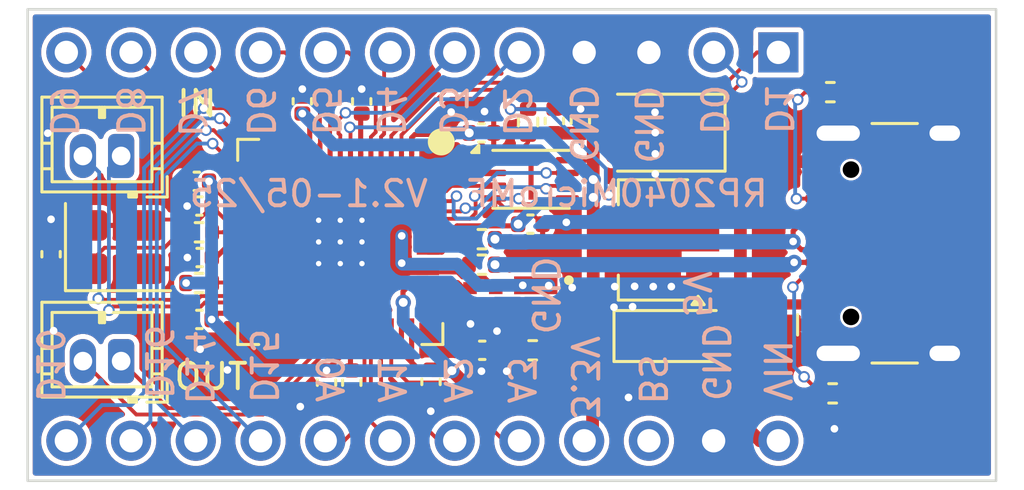
<source format=kicad_pcb>
(kicad_pcb (version 20241229) (generator "pcbnew") (generator_version "9.0")
  (title_block (date "${DATE}") (rev "${VERSION}"))
  (layers (0 "F.Cu" signal) (2 "B.Cu" signal) (13 "F.Paste" user) (15 "B.Paste" user) (5 "F.SilkS" user "F.Silkscreen") (7 "B.SilkS" user "B.Silkscreen") (1 "F.Mask" user) (3 "B.Mask" user) (25 "Edge.Cuts" user))
  (property "DATE" "")
  (property "VERSION" "")
  (net 0 "")
  (net 1 "/RP2040/XIN")
  (net 2 "GND")
  (net 3 "/RP2040/XOUT")
  (net 4 "3.3V")
  (net 5 "+1V1")
  (net 6 "/RP2040/USB_D-")
  (net 7 "/RP2040/USB_D+")
  (net 8 "/RP2040/SWD")
  (net 9 "/RP2040/SWCLK")
  (net 10 "/RP2040/~{RST}")
  (net 11 "/RP2040/QSPI_SS")
  (net 12 "/RP2040/XOUT_R")
  (net 13 "/RP2040/USB_D_R+")
  (net 14 "/RP2040/USB_D_R-")
  (net 15 "D9")
  (net 16 "D4")
  (net 17 "D3")
  (net 18 "D1")
  (net 19 "D7")
  (net 20 "D0")
  (net 21 "D2")
  (net 22 "D10")
  (net 23 "D8")
  (net 24 "D5")
  (net 25 "D6")
  (net 26 "D13")
  (net 27 "/RP2040/GPIO22")
  (net 28 "/RP2040/QSPI_SD3")
  (net 29 "/RP2040/QSPI_SCLK")
  (net 30 "/RP2040/QSPI_SD0")
  (net 31 "/RP2040/QSPI_SD2")
  (net 32 "/RP2040/QSPI_SD1")
  (net 33 "A3")
  (net 34 "A1")
  (net 35 "A2")
  (net 36 "A0")
  (net 37 "D15")
  (net 38 "D14")
  (net 39 "/RP2040/GPIO19")
  (net 40 "TX1")
  (net 41 "RX1")
  (net 42 "RX2")
  (net 43 "TX2")
  (net 44 "BOOT_SEL")
  (net 45 "/RP2040/GPIO18")
  (net 46 "/RP2040/GPIO21")
  (net 47 "/RP2040/GPIO20")
  (net 48 "/RP2040/GPIO23")
  (net 49 "/RP2040/RAW")
  (net 50 "VIN")
  (net 51 "/RP2040/GPIO12")
  (net 52 "/RP2040/GPIO11")
  (net 55 "Net-(J3-CC2)")
  (net 56 "Net-(J3-CC1)")
  (net 57 "Net-(U1-VREG_AVDD)")
  (net 58 "/RP2040/VREG_LX")
  (footprint "Capacitor_SMD:C_0402_1005Metric" (layer "F.Cu") (at 116.96 96.07 -90)
    (property "Reference" "C11" (hide yes))
    (property "Value" "100n")
  )
  (footprint "Resistor_SMD:R_0402_1005Metric" (layer "F.Cu") (at 111.96 90.17 180)
    (property "Reference" "R2" (hide yes))
    (property "Value" "1k")
  )
  (footprint "Capacitor_SMD:C_0402_1005Metric" (layer "F.Cu") (at 111.97 93.59 180)
    (property "Reference" "C12" (hide yes))
    (property "Value" "100n")
  )
  (footprint "Resistor_SMD:R_0402_1005Metric" (layer "F.Cu") (at 123.06 91.44 180)
    (property "Reference" "R4" (hide yes))
    (property "Value" "27")
  )
  (footprint "Diode_SMD:D_SOD-123" (layer "F.Cu") (at 130.6 94.24)
    (property "Reference" "D1" (hide yes))
    (property "Value" "D_Schottky")
  )
  (footprint "Capacitor_SMD:C_0402_1005Metric" (layer "F.Cu") (at 123.04 86.27)
    (property "Reference" "C14" (hide yes))
    (property "Value" "100n")
  )
  (footprint "Capacitor_SMD:C_0402_1005Metric" (layer "F.Cu") (at 111.87 88.17 180)
    (property "Reference" "C9" (hide yes))
    (property "Value" "100n")
  )
  (footprint "_Own_Library:JST_ZH_B2B-ZR_1x02_P1.50mm_Vertical" (layer "F.Cu") (at 108.9 87.175 180)
    (property "Reference" "J7" (hide yes))
    (property "Value" "Conn_01x02_Pin" (hide yes))
  )
  (footprint "Capacitor_SMD:C_0402_1005Metric" (layer "F.Cu") (at 118.34 85.03 90)
    (property "Reference" "C6" (hide yes))
    (property "Value" "100n")
  )
  (footprint "Crystal:Crystal_SMD_3225-4Pin_3.2x2.5mm" (layer "F.Cu") (at 108.775 90.75)
    (property "Reference" "Y1" (hide yes))
    (property "Value" "X322512MSB4SI" (hide yes))
  )
  (footprint "Capacitor_Tantalum_SMD:CP_EIA-3528-21_Kemet-B" (layer "F.Cu") (at 130.13 86.26 180)
    (property "Reference" "C19" (hide yes))
    (property "Value" "47u")
  )
  (footprint "Capacitor_SMD:C_0402_1005Metric" (layer "F.Cu") (at 121.06 96.04 -90)
    (property "Reference" "C10" (hide yes))
    (property "Value" "100nF")
  )
  (footprint "Capacitor_SMD:C_0402_1005Metric" (layer "F.Cu") (at 116.01 85.03 90)
    (property "Reference" "C13" (hide yes))
    (property "Value" "100n")
  )
  (footprint "Package_TO_SOT_SMD:SOT-89-3" (layer "F.Cu") (at 129.77 90.47 180)
    (property "Reference" "U2" (hide yes))
    (property "Value" "AMS1117-3.3")
  )
  (footprint "Resistor_SMD:R_0402_1005Metric" (layer "F.Cu") (at 136.82 96.49 180)
    (property "Reference" "R7" (hide yes))
    (property "Value" "5.1k")
  )
  (footprint "Capacitor_SMD:C_0402_1005Metric" (layer "F.Cu") (at 126.92 85.79 90)
    (property "Reference" "C2" (hide yes))
    (property "Value" "10uF")
  )
  (footprint "_Own_Library:C_0402_1005Metric_small_pads" (layer "F.Cu") (at 122.59 92.875 -90)
    (property "Reference" "C16" (hide yes))
    (property "Value" "4.7u")
  )
  (footprint "_Own_Library:RP2350A_QFN-60_EP_7.75x7.75_Pitch0.4mm" (layer "F.Cu") (at 117.5 90.5475 -90)
    (property "Reference" "U1" (hide yes))
    (property "Value" "RP2040")
  )
  (footprint "_Own_Library:JST_ZH_B2B-ZR_1x02_P1.50mm_Vertical" (layer "F.Cu") (at 108.9 95.225 180)
    (property "Reference" "J8" (hide yes))
    (property "Value" "Conn_01x02_Pin" (hide yes))
  )
  (footprint "Capacitor_SMD:C_0402_1005Metric" (layer "F.Cu") (at 106.15 91.03 90)
    (property "Reference" "C5" (hide yes))
    (property "Value" "10pF")
  )
  (footprint "Capacitor_SMD:C_0402_1005Metric" (layer "F.Cu") (at 117.95 96.07 -90)
    (property "Reference" "C8" (hide yes))
    (property "Value" "100nF")
  )
  (footprint "Capacitor_SMD:C_0402_1005Metric" (layer "F.Cu") (at 111.97 89.14 180)
    (property "Reference" "C4" (hide yes))
    (property "Value" "10pF")
  )
  (footprint "Resistor_SMD:R_0402_1005Metric" (layer "F.Cu") (at 125.05 94.8 180)
    (property "Reference" "R5" (hide yes))
    (property "Value" "33")
  )
  (footprint "Capacitor_SMD:C_0402_1005Metric" (layer "F.Cu") (at 123.07 94.8 180)
    (property "Reference" "C18" (hide yes))
    (property "Value" "4.7u")
  )
  (footprint "_Own_Library:ProMicro" (layer "F.Cu") (at 121.99 90.73 -90)
    (property "Reference" "U5" (hide yes))
    (property "Value" "ProMicro")
  )
  (footprint "Resistor_SMD:R_0402_1005Metric" (layer "F.Cu") (at 111.96 92.16)
    (property "Reference" "R6" (hide yes))
    (property "Value" "10k")
  )
  (footprint "Resistor_SMD:R_0402_1005Metric" (layer "F.Cu") (at 123.06 90.44 180)
    (property "Reference" "R3" (hide yes))
    (property "Value" "27")
  )
  (footprint "Package_SON:Winbond_USON-8-1EP_3x2mm_P0.5mm_EP0.2x1.6mm" (layer "F.Cu") (at 124.985 88.09)
    (property "Reference" "U4" (hide yes))
    (property "Value" "W25Q16JVSS")
  )
  (footprint "Capacitor_SMD:C_0402_1005Metric" (layer "F.Cu") (at 124.96 89.85)
    (property "Reference" "C15" (hide yes))
    (property "Value" "100n")
  )
  (footprint "Resistor_SMD:R_0402_1005Metric" (layer "F.Cu") (at 124.87 85.84 90)
    (property "Reference" "R1" (hide yes))
    (property "Value" "1k")
  )
  (footprint "Capacitor_SMD:C_0402_1005Metric" (layer "F.Cu") (at 111.98 91.16 180)
    (property "Reference" "C7" (hide yes))
    (property "Value" "4.7uF")
  )
  (footprint "_Own_Library:L_pol_2016" (layer "F.Cu") (at 125.17 92.95 -90)
    (property "Reference" "L1" (hide yes))
    (property "Value" "3.3u")
  )
  (footprint "Capacitor_SMD:C_0402_1005Metric" (layer "F.Cu") (at 125.9 85.8 90)
    (property "Reference" "C3" (hide yes))
    (property "Value" "100n")
  )
  (footprint "Resistor_SMD:R_0402_1005Metric" (layer "F.Cu") (at 136.73 84.67 180)
    (property "Reference" "R8" (hide yes))
    (property "Value" "5.1k")
  )
  (footprint "_Own_Library:USB_C_Receptacle_HCTL_HC-TYPE-C-16P-01A" (layer "F.Cu") (at 140.145 90.6 90)
    (property "Reference" "J3" (hide yes))
    (property "Value" "USB_C_Receptacle_USB2.0_16P" (hide yes))
  )
  (footprint "_Own_Library:C_0402_1005Metric_small_pads" (layer "F.Cu") (at 123.6 92.875 -90)
    (property "Reference" "C17" (hide yes))
    (property "Value" "4.7u")
  )
  (gr_rect (start 105.232 81.42) (end 143.232 99.92) (stroke (width 0.1)) (fill no) (layer "Edge.Cuts"))
  (gr_text "OUT" (at 110.9 96.42 0) (layer "F.SilkS") (effects (font (size 1 1) (thickness 0.153)) (justify left bottom)))
  (gr_text "IN" (at 111.01 85.71 0) (layer "F.SilkS") (effects (font (size 1 1) (thickness 0.153)) (justify left bottom)))
  (gr_text "A3" (at 124.0028 96.9772 -90) (layer "B.SilkS") (effects (font (size 1 1) (thickness 0.153)) (justify left bottom mirror)))
  (gr_text "GND" (at 131.6428 96.8872 270) (layer "B.SilkS") (effects (font (size 1 1) (thickness 0.153)) (justify left bottom mirror)))
  (gr_text "D8" (at 108.652 86.4816 270) (layer "B.SilkS") (effects (font (size 1 1) (thickness 0.153)) (justify left bottom mirror)))
  (gr_text "GND" (at 128.992 87.5716 270) (layer "B.SilkS") (effects (font (size 1 1) (thickness 0.153)) (justify left bottom mirror)))
  (gr_text "D9" (at 106.052 86.5016 270) (layer "B.SilkS") (effects (font (size 1 1) (thickness 0.153)) (justify left bottom mirror)))
  (gr_text "D16" (at 109.7828 96.8072 270) (layer "B.SilkS") (effects (font (size 1 1) (thickness 0.153)) (justify left bottom mirror)))
  (gr_text "D10" (at 105.5116 96.9264 270) (layer "B.SilkS") (effects (font (size 1 1) (thickness 0.153)) (justify left bottom mirror)))
  (gr_text "D15" (at 113.8928 96.9672 270) (layer "B.SilkS") (effects (font (size 1 1) (thickness 0.153)) (justify left bottom mirror)))
  (gr_text "A0" (at 116.4728 96.9272 -90) (layer "B.SilkS") (effects (font (size 1 1) (thickness 0.153)) (justify left bottom mirror)))
  (gr_text "GND" (at 124.95 94.27 270) (layer "B.SilkS") (effects (font (size 1 1) (thickness 0.153)) (justify left bottom mirror)))
  (gr_text "D7" (at 111.092 86.5216 270) (layer "B.SilkS") (effects (font (size 1 1) (thickness 0.153)) (justify left bottom mirror)))
  (gr_text "A1" (at 118.9128 96.9572 -90) (layer "B.SilkS") (effects (font (size 1 1) (thickness 0.153)) (justify left bottom mirror)))
  (gr_text "D5" (at 116.352 86.4616 270) (layer "B.SilkS") (effects (font (size 1 1) (thickness 0.153)) (justify left bottom mirror)))
  (gr_text "D14" (at 111.3628 97.0172 270) (layer "B.SilkS") (effects (font (size 1 1) (thickness 0.153)) (justify left bottom mirror)))
  (gr_text "GND" (at 126.442 87.5216 270) (layer "B.SilkS") (effects (font (size 1 1) (thickness 0.153)) (justify left bottom mirror)))
  (gr_text "D2" (at 123.832 86.5016 270) (layer "B.SilkS") (effects (font (size 1 1) (thickness 0.153)) (justify left bottom mirror)))
  (gr_text "RP2040MicroMF  V2.1-05/25" (at 122.93 89.24 0) (layer "B.SilkS") (effects (font (size 1 1) (thickness 0.153)) (justify bottom mirror)))
  (gr_text "BS" (at 129.1528 97.0172 270) (layer "B.SilkS") (effects (font (size 1 1) (thickness 0.153)) (justify left bottom mirror)))
  (gr_text "D0" (at 131.562 86.4416 -90) (layer "B.SilkS") (effects (font (size 1 1) (thickness 0.153)) (justify left bottom mirror)))
  (gr_text "5V" (at 130.89 93.61 -90) (layer "B.SilkS") (effects (font (size 1 1) (thickness 0.153)) (justify left bottom mirror)))
  (gr_text "VIN" (at 134.0528 96.8872 -90) (layer "B.SilkS") (effects (font (size 1 1) (thickness 0.153)) (justify left bottom mirror)))
  (gr_text "D3" (at 121.332 86.4716 270) (layer "B.SilkS") (effects (font (size 1 1) (thickness 0.153)) (justify left bottom mirror)))
  (gr_text "D6" (at 113.772 86.4816 270) (layer "B.SilkS") (effects (font (size 1 1) (thickness 0.153)) (justify left bottom mirror)))
  (gr_text "A2" (at 121.5028 96.9672 -90) (layer "B.SilkS") (effects (font (size 1 1) (thickness 0.153)) (justify left bottom mirror)))
  (gr_text "D4" (at 118.872 86.4616 270) (layer "B.SilkS") (effects (font (size 1 1) (thickness 0.153)) (justify left bottom mirror)))
  (gr_text "D1" (at 134.11 86.4108 -90) (layer "B.SilkS") (effects (font (size 1 1) (thickness 0.153)) (justify left bottom mirror)))
  (gr_text "3.3V" (at 126.492 97.5868 270) (layer "B.SilkS") (effects (font (size 1 1) (thickness 0.153)) (justify left bottom mirror)))
  (segment (start 114.0625 89.7475) (end 113.0575 89.7475) (width 0.15) (layer "F.Cu") (net 1))
  (segment (start 112.46 89.17) (end 111.96 89.67) (width 0.15) (layer "F.Cu") (net 1))
  (segment (start 112.48 89.17) (end 112.46 89.17) (width 0.15) (layer "F.Cu") (net 1))
  (segment (start 113.0575 89.7475) (end 112.48 89.17) (width 0.15) (layer "F.Cu") (net 1))
  (segment (start 109.945 89.67) (end 109.9 89.625) (width 0.15) (layer "F.Cu") (net 1))
  (segment (start 111.96 89.67) (end 109.945 89.67) (width 0.15) (layer "F.Cu") (net 1))
  (segment (start 109.9 91.325) (end 110.375 91.8) (width 0.15) (layer "F.Cu") (net 2))
  (segment (start 136.4 87.4) (end 135.2 87.4) (width 0.5) (layer "F.Cu") (net 2))
  (segment (start 136.4 93.8) (end 134.21 93.8) (width 0.5) (layer "F.Cu") (net 2))
  (segment (start 126.91 85.32) (end 126.92 85.31) (width 0.15) (layer "F.Cu") (net 2))
  (segment (start 123.56 88.84) (end 124.04 89.32) (width 0.15) (layer "F.Cu") (net 2))
  (segment (start 123.6 93.997536) (end 123.648732 94.046268) (width 0.2) (layer "F.Cu") (net 2))
  (segment (start 132.07 98.29) (end 132.07 98.22) (width 0.8) (layer "F.Cu") (net 2))
  (segment (start 125.9 85.32) (end 126.91 85.32) (width 0.5) (layer "F.Cu") (net 2))
  (segment (start 122.59 93.39) (end 122.02 93.39) (width 0.2) (layer "F.Cu") (net 2))
  (segment (start 122.02 93.39) (end 121.5775 92.9475) (width 0.2) (layer "F.Cu") (net 2))
  (segment (start 121.5775 92.9475) (end 120.9375 92.9475) (width 0.2) (layer "F.Cu") (net 2))
  (segment (start 123.6 93.39) (end 123.6 93.997536) (width 0.3) (layer "F.Cu") (net 2))
  (segment (start 124.91 89.32) (end 125.44 89.85) (width 0.15) (layer "F.Cu") (net 2))
  (segment (start 124.04 89.32) (end 124.91 89.32) (width 0.15) (layer "F.Cu") (net 2))
  (via (at 129.78 92.3) (size 0.65) (drill 0.3) (layers "F.Cu" "B.Cu") (net 2))
  (via (at 128.24 93.11) (size 0.65) (drill 0.3) (layers "F.Cu" "B.Cu") (net 2))
  (via (at 128.27 92.3) (size 0.65) (drill 0.3) (layers "F.Cu" "B.Cu") (net 2))
  (via (at 111.49 89.14) (size 0.65) (drill 0.3) (layers "F.Cu" "B.Cu") (net 2))
  (via (at 113.07 95.57) (size 0.65) (drill 0.3) (layers "F.Cu" "B.Cu") (net 2))
  (via (at 123.16 85.43) (size 0.65) (drill 0.3) (layers "F.Cu" "B.Cu") (net 2))
  (via (at 123.04 95.62) (size 0.65) (drill 0.3) (layers "F.Cu" "B.Cu") (net 2))
  (via (at 130.49 92.3) (size 0.65) (drill 0.3) (layers "F.Cu" "B.Cu") (net 2))
  (via (at 126.93 85.33) (size 0.65) (drill 0.3) (layers "F.Cu" "B.Cu") (net 2))
  (via (at 124.03 95.62) (size 0.65) (drill 0.3) (layers "F.Cu" "B.Cu") (net 2))
  (via (at 118.34 84.55) (size 0.65) (drill 0.3) (layers "F.Cu" "B.Cu") (net 2))
  (via (at 112 94.76) (size 0.65) (drill 0.3) (layers "F.Cu" "B.Cu") (net 2))
  (via (at 111.5 91.16) (size 0.65) (drill 0.3) (layers "F.Cu" "B.Cu") (net 2))
  (via (at 126.6 92.34) (size 0.65) (drill 0.3) (layers "F.Cu" "B.Cu") (net 2))
  (via (at 129.05 92.29) (size 0.65) (drill 0.3) (layers "F.Cu" "B.Cu") (net 2))
  (via (at 129.86 86.26) (size 0.65) (drill 0.3) (layers "F.Cu" "B.Cu") (net 2))
  (via (at 116.01 84.55) (size 0.65) (drill 0.3) (layers "F.Cu" "B.Cu") (net 2))
  (via (at 128.81 96.65) (size 0.65) (drill 0.3) (layers "F.Cu" "B.Cu") (net 2))
  (via (at 129.85 85.46) (size 0.65) (drill 0.3) (layers "F.Cu" "B.Cu") (net 2))
  (via (at 121.05 97.19) (size 0.65) (drill 0.3) (layers "F.Cu" "B.Cu") (net 2))
  (via (at 129.86 87.09) (size 0.65) (drill 0.3) (layers "F.Cu" "B.Cu") (net 2))
  (via (at 106.25 94.03) (size 0.65) (drill 0.3) (layers "F.Cu" "B.Cu") (net 2))
  (via (at 106.15 89.66) (size 0.65) (drill 0.3) (layers "F.Cu" "B.Cu") (net 2))
  (via (at 126.37 89.78) (size 0.65) (drill 0.3) (layers "F.Cu" "B.Cu") (net 2))
  (via (at 121.85 85.45) (size 0.65) (drill 0.3) (layers "F.Cu" "B.Cu") (net 2))
  (via (at 128.97 93.09) (size 0.65) (drill 0.3) (layers "F.Cu" "B.Cu") (net 2))
  (via (at 123.648732 94.046268) (size 0.65) (drill 0.3) (layers "F.Cu" "B.Cu") (net 2))
  (via (at 122.61 93.765) (size 0.65) (drill 0.3) (layers "F.Cu" "B.Cu") (net 2))
  (via (at 129.86 87.88) (size 0.65) (drill 0.3) (layers "F.Cu" "B.Cu") (net 2))
  (via (at 115.93 97.01) (size 0.65) (drill 0.3) (layers "F.Cu" "B.Cu") (net 2))
  (via (at 106.02 86.28) (size 0.65) (drill 0.3) (layers "F.Cu" "B.Cu") (net 2))
  (via (at 136.89 97.88) (size 0.65) (drill 0.3) (layers "F.Cu" "B.Cu") (net 2))
  (segment (start 130.395686 83.11) (end 129.61 83.11) (width 0.15) (layer "B.Cu") (net 2))
  (segment (start 110.6 90.775) (end 111.205 90.17) (width 0.15) (layer "F.Cu") (net 3))
  (segment (start 106.165 91.525) (end 107.5 91.525) (width 0.15) (layer "F.Cu") (net 3))
  (segment (start 106.15 91.51) (end 106.165 91.525) (width 0.15) (layer "F.Cu") (net 3))
  (segment (start 108.25 90.775) (end 110.6 90.775) (width 0.15) (layer "F.Cu") (net 3))
  (segment (start 107.5 91.525) (end 108.25 90.775) (width 0.15) (layer "F.Cu") (net 3))
  (segment (start 111.205 90.17) (end 111.45 90.17) (width 0.15) (layer "F.Cu") (net 3))
  (segment (start 119.96 92.91) (end 119.97 92.92) (width 0.15) (layer "F.Cu") (net 4))
  (segment (start 122.172 92.212) (end 122.32 92.36) (width 0.2) (layer "F.Cu") (net 4))
  (segment (start 127.425 94.75) (end 127.425 88.8) (width 0.5) (layer "F.Cu") (net 4))
  (segment (start 119.96 92.4975) (end 119.96 92.91) (width 0.2) (layer "F.Cu") (net 4))
  (segment (start 112.45 93.59) (end 112.45 93.42) (width 0.2) (layer "F.Cu") (net 4))
  (segment (start 120.3 95.27) (end 120.59 95.56) (width 0.2) (layer "F.Cu") (net 4))
  (segment (start 130.69 90.47) (end 130.7 90.46) (width 0.5) (layer "F.Cu") (net 4))
  (segment (start 120.9375 92.1475) (end 122.103616 92.1475) (width 0.2) (layer "F.Cu") (net 4))
  (segment (start 120.31 92.1475) (end 119.96 92.4975) (width 0.2) (layer "F.Cu") (net 4))
  (segment (start 124.414 89.916) (end 122.084 89.916) (width 0.2) (layer "F.Cu") (net 4))
  (segment (start 121.88 95.6) (end 121.1 95.6) (width 0.5) (layer "F.Cu") (net 4))
  (segment (start 113.4875 89.3475) (end 114.0625 89.3475) (width 0.2) (layer "F.Cu") (net 4))
  (segment (start 120.3 86.46) (end 120.3 87.11) (width 0.2) (layer "F.Cu") (net 4))
  (segment (start 127.425 87.32) (end 127.425 86.395) (width 0.5) (layer "F.Cu") (net 4))
  (segment (start 121.88 95.6) (end 122.6 96.32) (width 0.5) (layer "F.Cu") (net 4))
  (segment (start 127.435 90.47) (end 130.69 90.47) (width 0.5) (layer "F.Cu") (net 4))
  (segment (start 121.1 95.6) (end 121.06 95.56) (width 0.2) (layer "F.Cu") (net 4))
  (segment (start 125.56 95.54) (end 125.56 94.8) (width 0.5) (layer "F.Cu") (net 4))
  (segment (start 127.41 94.835) (end 127.41 97.19) (width 0.5) (layer "F.Cu") (net 4))
  (segment (start 126.42 87.35) (end 126.41 87.34) (width 0.15) (layer "F.Cu") (net 4))
  (segment (start 127.425 88.8) (end 127.425 87.32) (width 0.5) (layer "F.Cu") (net 4))
  (segment (start 122.56 86.27) (end 122.5 86.33) (width 0.2) (layer "F.Cu") (net 4))
  (segment (start 127.375 94.8) (end 127.41 94.835) (width 0.5) (layer "F.Cu") (net 4))
  (segment (start 127.405 87.34) (end 127.425 87.32) (width 0.2) (layer "F.Cu") (net 4))
  (segment (start 117.5 95.05) (end 116.96 95.59) (width 0.2) (layer "F.Cu") (net 4))
  (segment (start 121.88 95.6) (end 121.84 95.56) (width 0.5) (layer "F.Cu") (net 4))
  (segment (start 126.41 87.34) (end 127.405 87.34) (width 0.2) (layer "F.Cu") (net 4))
  (segment (start 122.168115 92.212) (end 122.172 92.212) (width 0.2) (layer "F.Cu") (net 4))
  (segment (start 112.5225 93.3475) (end 114.0625 93.3475) (width 0.2) (layer "F.Cu") (net 4))
  (segment (start 120.43 86.33) (end 120.3 86.46) (width 0.2) (layer "F.Cu") (net 4))
  (segment (start 120.9375 90.5475) (end 121.4525 90.5475) (width 0.2) (layer "F.Cu") (net 4))
  (segment (start 112.35 88.21) (end 113.4875 89.3475) (width 0.2) (layer "F.Cu") (net 4))
  (segment (start 125.56 94.8) (end 127.375 94.8) (width 0.5) (layer "F.Cu") (net 4))
  (segment (start 117.5 93.985) (end 117.5 95.05) (width 0.2) (layer "F.Cu") (net 4))
  (segment (start 122.103616 92.1475) (end 122.168115 92.212) (width 0.2) (layer "F.Cu") (net 4))
  (segment (start 127.375 94.8) (end 127.425 94.75) (width 0.5) (layer "F.Cu") (net 4))
  (segment (start 122.6 96.32) (end 124.78 96.32) (width 0.5) (layer "F.Cu") (net 4))
  (segment (start 112.45 93.42) (end 112.5225 93.3475) (width 0.2) (layer "F.Cu") (net 4))
  (segment (start 122.5 86.33) (end 120.43 86.33) (width 0.2) (layer "F.Cu") (net 4))
  (segment (start 116.3 87.11) (end 116.3 85.8) (width 0.2) (layer "F.Cu") (net 4))
  (segment (start 120.3 93.985) (end 120.3 95.27) (width 0.2) (layer "F.Cu") (net 4))
  (segment (start 119.9 93.985) (end 119.9 94.87) (width 0.2) (layer "F.Cu") (net 4))
  (segment (start 124.78 96.32) (end 125.56 95.54) (width 0.5) (layer "F.Cu") (net 4))
  (segment (start 122.084 89.916) (end 121.8525 90.1475) (width 0.2) (layer "F.Cu") (net 4))
  (segment (start 120.59 95.56) (end 121.06 95.56) (width 0.2) (layer "F.Cu") (net 4))
  (segment (start 127.4 97.2) (end 127.4 98.02) (width 0.5) (layer "F.Cu") (net 4))
  (segment (start 116.3 85.8) (end 116.01 85.51) (width 0.2) (layer "F.Cu") (net 4))
  (segment (start 121.4525 90.5475) (end 121.8525 90.1475) (width 0.2) (layer "F.Cu") (net 4))
  (segment (start 124.48 89.85) (end 124.414 89.916) (width 0.2) (layer "F.Cu") (net 4))
  (segment (start 121.8525 90.1475) (end 120.9375 90.1475) (width 0.2) (layer "F.Cu") (net 4))
  (segment (start 119.9 94.87) (end 120.3 95.27) (width 0.2) (layer "F.Cu") (net 4))
  (segment (start 127.31 86.28) (end 125.9 86.28) (width 0.5) (layer "F.Cu") (net 4))
  (segment (start 120.9375 92.1475) (end 120.31 92.1475) (width 0.2) (layer "F.Cu") (net 4))
  (segment (start 122.32 92.36) (end 122.59 92.36) (width 0.2) (layer "F.Cu") (net 4))
  (segment (start 127.425 90.46) (end 127.435 90.47) (width 0.5) (layer "F.Cu") (net 4))
  (segment (start 127.425 86.395) (end 127.31 86.28) (width 0.5) (layer "F.Cu") (net 4))
  (segment (start 127.41 97.19) (end 127.4 97.2) (width 0.5) (layer "F.Cu") (net 4))
  (segment (start 127.4 98.02) (end 127.07 98.35) (width 0.5) (layer "F.Cu") (net 4))
  (via (at 127.425 88.1) (size 0.6) (drill 0.35) (layers "F.Cu" "B.Cu") (net 4))
  (via (at 119.97 92.92) (size 0.6) (drill 0.35) (layers "F.Cu" "B.Cu") (net 4))
  (via (at 116.96 95.59) (size 0.45) (drill 0.3) (layers "F.Cu" "B.Cu") (net 4))
  (via (at 122.56 86.27) (size 0.6) (drill 0.35) (layers "F.Cu" "B.Cu") (net 4))
  (via (at 112.45 93.59) (size 0.45) (drill 0.3) (layers "F.Cu" "B.Cu") (net 4))
  (via (at 111.45 92.16) (size 0.45) (drill 0.3) (layers "F.Cu" "B.Cu") (net 4))
  (via (at 121.88 95.6) (size 0.6) (drill 0.35) (layers "F.Cu" "B.Cu") (net 4))
  (via (at 112.35 88.17) (size 0.45) (drill 0.3) (layers "F.Cu" "B.Cu") (net 4))
  (via (at 116.01 85.51) (size 0.45) (drill 0.3) (layers "F.Cu" "B.Cu") (net 4))
  (via (at 127.425 88.8) (size 0.6) (drill 0.35) (layers "F.Cu" "B.Cu") (net 4))
  (via (at 124.48 89.85) (size 0.6) (drill 0.35) (layers "F.Cu" "B.Cu") (net 4))
  (segment (start 114.43 95.59) (end 116.96 95.59) (width 0.5) (layer "B.Cu") (net 4))
  (segment (start 121.42 86.79) (end 121.94 86.27) (width 0.5) (layer "B.Cu") (net 4))
  (segment (start 120.99 86.84) (end 120.94 86.79) (width 0.5) (layer "B.Cu") (net 4))
  (segment (start 127.425 88.1) (end 125.595 86.27) (width 0.5) (layer "B.Cu") (net 4))
  (segment (start 127.185 89.04) (end 127.425 88.8) (width 0.5) (layer "B.Cu") (net 4))
  (segment (start 112.35 88.21) (end 112.45 88.31) (width 0.5) (layer "B.Cu") (net 4))
  (segment (start 121.94 86.27) (end 121.47 86.74) (width 0.5) (layer "B.Cu") (net 4))
  (segment (start 112.45 93.59) (end 112.45 93.4) (width 0.5) (layer "B.Cu") (net 4))
  (segment (start 112.45 92.16) (end 112.45 93.4) (width 0.5) (layer "B.Cu") (net 4))
  (segment (start 117.24 86.74) (end 116.01 85.51) (width 0.5) (layer "B.Cu") (net 4))
  (segment (start 116.97 95.6) (end 116.96 95.59) (width 0.5) (layer "B.Cu") (net 4))
  (segment (start 125.29 89.04) (end 127.185 89.04) (width 0.5) (layer "B.Cu") (net 4))
  (segment (start 112.45 93.61) (end 114.43 95.59) (width 0.5) (layer "B.Cu") (net 4))
  (segment (start 124.48 89.85) (end 125.29 89.04) (width 0.5) (layer "B.Cu") (net 4))
  (segment (start 112.45 93.59) (end 112.45 93.61) (width 0.5) (layer "B.Cu") (net 4))
  (segment (start 112.45 88.31) (end 112.45 93.4) (width 0.5) (layer "B.Cu") (net 4))
  (segment (start 119.97 93.69) (end 121.88 95.6) (width 0.5) (layer "B.Cu") (net 4))
  (segment (start 120.94 86.79) (end 121.42 86.79) (width 0.5) (layer "B.Cu") (net 4))
  (segment (start 121.88 95.6) (end 116.97 95.6) (width 0.5) (layer "B.Cu") (net 4))
  (segment (start 125.595 86.27) (end 122.56 86.27) (width 0.5) (layer "B.Cu") (net 4))
  (segment (start 127.425 88.1) (end 127.425 88.8) (width 0.5) (layer "B.Cu") (net 4))
  (segment (start 112.35 88.17) (end 112.35 88.21) (width 0.5) (layer "B.Cu") (net 4))
  (segment (start 111.45 92.16) (end 112.45 92.16) (width 0.5) (layer "B.Cu") (net 4))
  (segment (start 121.47 86.74) (end 117.24 86.74) (width 0.5) (layer "B.Cu") (net 4))
  (segment (start 122.56 86.27) (end 121.94 86.27) (width 0.5) (layer "B.Cu") (net 4))
  (segment (start 119.97 92.92) (end 119.97 93.69) (width 0.5) (layer "B.Cu") (net 4))
  (segment (start 122.0975 91.7475) (end 122.104 91.754) (width 0.15) (layer "F.Cu") (net 5))
  (segment (start 117.9 93.985) (end 117.9 95.54) (width 0.2) (layer "F.Cu") (net 5))
  (segment (start 114.9575 90.5475) (end 114.96 90.55) (width 0.2) (layer "F.Cu") (net 5))
  (segment (start 118.3 85.55) (end 118.34 85.51) (width 0.2) (layer "F.Cu") (net 5))
  (segment (start 112.46 91.16) (end 112.54 91.24) (width 0.2) (layer "F.Cu") (net 5))
  (segment (start 117.93 93.955) (end 117.93 93.07) (width 0.2) (layer "F.Cu") (net 5))
  (segment (start 118.3 87.11) (end 118.3 85.55) (width 0.2) (layer "F.Cu") (net 5))
  (segment (start 122.104 91.754) (end 122.104 91.757562) (width 0.15) (layer "F.Cu") (net 5))
  (segment (start 120.9375 91.7475) (end 120.2775 91.7475) (width 0.2) (layer "F.Cu") (net 5))
  (segment (start 117.9 93.985) (end 117.93 93.955) (width 0.2) (layer "F.Cu") (net 5))
  (segment (start 122.282438 91.936) (end 123.176 91.936) (width 0.15) (layer "F.Cu") (net 5))
  (segment (start 120.9375 91.7475) (end 122.0975 91.7475) (width 0.15) (layer "F.Cu") (net 5))
  (segment (start 125.06 92.36) (end 123.6 92.36) (width 0.2) (layer "F.Cu") (net 5))
  (segment (start 118.3 87.11) (end 118.3 88.18) (width 0.2) (layer "F.Cu") (net 5))
  (segment (start 122.104 91.757562) (end 122.282438 91.936) (width 0.15) (layer "F.Cu") (net 5))
  (segment (start 123.176 91.936) (end 123.6 92.36) (width 0.15) (layer "F.Cu") (net 5))
  (segment (start 125.68 92.26) (end 125.16 92.26) (width 0.2) (layer "F.Cu") (net 5))
  (segment (start 117.9 95.54) (end 117.95 95.59) (width 0.2) (layer "F.Cu") (net 5))
  (segment (start 112.54 91.24) (end 113.2325 90.5475) (width 0.2) (layer "F.Cu") (net 5))
  (segment (start 125.16 92.26) (end 125.06 92.36) (width 0.2) (layer "F.Cu") (net 5))
  (segment (start 114.0625 90.5475) (end 114.9575 90.5475) (width 0.2) (layer "F.Cu") (net 5))
  (segment (start 113.2325 90.5475) (end 114.0625 90.5475) (width 0.2) (layer "F.Cu") (net 5))
  (segment (start 120.2775 91.7475) (end 119.91 91.38) (width 0.2) (layer "F.Cu") (net 5))
  (via (at 124.66 92.25) (size 0.45) (drill 0.3) (layers "F.Cu" "B.Cu") (net 5))
  (via (at 119.91 91.38) (size 0.45) (drill 0.3) (layers "F.Cu" "B.Cu") (net 5))
  (via (at 125.68 92.26) (size 0.45) (drill 0.3) (layers "F.Cu" "B.Cu") (net 5))
  (via (at 119.91 90.31) (size 0.45) (drill 0.3) (layers "F.Cu" "B.Cu") (net 5))
  (segment (start 125.68 92.26) (end 125.67 92.25) (width 0.5) (layer "B.Cu") (net 5))
  (segment (start 125.67 92.25) (end 124.66 92.25) (width 0.5) (layer "B.Cu") (net 5))
  (segment (start 119.91 91.38) (end 119.95 91.42) (width 0.5) (layer "B.Cu") (net 5))
  (segment (start 124.65 92.26) (end 124.66 92.25) (width 0.5) (layer "B.Cu") (net 5))
  (segment (start 123.469346 92.25) (end 124.65 92.25) (width 0.5) (layer "B.Cu") (net 5))
  (segment (start 122.92 92.26) (end 123.469346 92.26) (width 0.5) (layer "B.Cu") (net 5))
  (segment (start 119.91 90.31) (end 119.91 91.38) (width 0.5) (layer "B.Cu") (net 5))
  (segment (start 122.08 91.42) (end 122.92 92.26) (width 0.5) (layer "B.Cu") (net 5))
  (segment (start 119.95 91.42) (end 122.08 91.42) (width 0.5) (layer "B.Cu") (net 5))
  (segment (start 137.4 90.55) (end 137.2 90.35) (width 0.2) (layer "F.Cu") (net 6))
  (segment (start 136.4 91.35) (end 137.23 91.35) (width 0.2) (layer "F.Cu") (net 6))
  (segment (start 137.23 91.35) (end 137.4 91.18) (width 0.2) (layer "F.Cu") (net 6))
  (segment (start 137.2 90.35) (end 136.4 90.35) (width 0.2) (layer "F.Cu") (net 6))
  (segment (start 137.4 91.18) (end 137.4 90.55) (width 0.2) (layer "F.Cu") (net 6))
  (segment (start 135.31 91.35) (end 136.9 91.35) (width 0.2) (layer "F.Cu") (net 6))
  (via (at 135.31 91.35) (size 0.45) (drill 0.3) (layers "F.Cu" "B.Cu") (net 6))
  (via (at 123.57 91.44) (size 0.6) (drill 0.35) (layers "F.Cu" "B.Cu") (net 6))
  (segment (start 135.22 91.44) (end 135.31 91.35) (width 0.6) (layer "B.Cu") (net 6))
  (segment (start 123.57 91.44) (end 135.22 91.44) (width 0.6) (layer "B.Cu") (net 6))
  (segment (start 135.54 89.85) (end 136.4 89.85) (width 0.2) (layer "F.Cu") (net 7))
  (segment (start 135.27 90.53) (end 135.27 90.12) (width 0.2) (layer "F.Cu") (net 7))
  (segment (start 135.27 90.53) (end 135.59 90.85) (width 0.2) (layer "F.Cu") (net 7))
  (segment (start 123.681 90.551) (end 123.57 90.44) (width 0.2) (layer "F.Cu") (net 7))
  (segment (start 135.59 90.85) (end 136.4 90.85) (width 0.2) (layer "F.Cu") (net 7))
  (segment (start 135.27 90.12) (end 135.54 89.85) (width 0.2) (layer "F.Cu") (net 7))
  (via (at 123.57 90.44) (size 0.6) (drill 0.35) (layers "F.Cu" "B.Cu") (net 7))
  (via (at 135.27 90.53) (size 0.45) (drill 0.3) (layers "F.Cu" "B.Cu") (net 7))
  (segment (start 135.26 90.54) (end 135.27 90.53) (width 0.6) (layer "B.Cu") (net 7))
  (segment (start 124.770364 90.551) (end 124.781364 90.54) (width 0.6) (layer "B.Cu") (net 7))
  (segment (start 123.57 90.44) (end 123.67 90.54) (width 0.6) (layer "B.Cu") (net 7))
  (segment (start 124.178636 90.54) (end 124.189636 90.551) (width 0.6) (layer "B.Cu") (net 7))
  (segment (start 123.67 90.54) (end 124.178636 90.54) (width 0.6) (layer "B.Cu") (net 7))
  (segment (start 124.781364 90.54) (end 135.26 90.54) (width 0.6) (layer "B.Cu") (net 7))
  (segment (start 124.189636 90.551) (end 124.770364 90.551) (width 0.6) (layer "B.Cu") (net 7))
  (segment (start 114.0625 91.7475) (end 113.4925 91.7475) (width 0.15) (layer "F.Cu") (net 10))
  (segment (start 112.49 92.14) (end 112.47 92.16) (width 0.15) (layer "F.Cu") (net 10))
  (segment (start 113.1 92.14) (end 112.49 92.14) (width 0.15) (layer "F.Cu") (net 10))
  (segment (start 113.4925 91.7475) (end 113.1 92.14) (width 0.15) (layer "F.Cu") (net 10))
  (segment (start 121.6425 87.7475) (end 122.05 87.34) (width 0.15) (layer "F.Cu") (net 11))
  (segment (start 123.22 87.33) (end 123.2 87.35) (width 0.15) (layer "F.Cu") (net 11))
  (segment (start 122.05 87.34) (end 123.56 87.34) (width 0.15) (layer "F.Cu") (net 11))
  (segment (start 124.87 86.35) (end 124.87 86.64) (width 0.15) (layer "F.Cu") (net 11))
  (segment (start 120.9375 87.7475) (end 121.6425 87.7475) (width 0.15) (layer "F.Cu") (net 11))
  (segment (start 124.88 86.24) (end 124.84 86.28) (width 0.15) (layer "F.Cu") (net 11))
  (segment (start 124.87 86.64) (end 124.18 87.33) (width 0.15) (layer "F.Cu") (net 11))
  (segment (start 124.18 87.33) (end 123.22 87.33) (width 0.15) (layer "F.Cu") (net 11))
  (segment (start 114.0625 90.1475) (end 112.9225 90.1475) (width 0.15) (layer "F.Cu") (net 12))
  (segment (start 112.9 90.17) (end 112.47 90.17) (width 0.15) (layer "F.Cu") (net 12))
  (segment (start 112.9225 90.1475) (end 112.9 90.17) (width 0.15) (layer "F.Cu") (net 12))
  (segment (start 121.99 90.44) (end 122.55 90.44) (width 0.2) (layer "F.Cu") (net 13))
  (segment (start 120.9375 90.9475) (end 121.4825 90.9475) (width 0.2) (layer "F.Cu") (net 13))
  (segment (start 121.4825 90.9475) (end 121.99 90.44) (width 0.2) (layer "F.Cu") (net 13))
  (segment (start 122.36 91.44) (end 122.55 91.44) (width 0.2) (layer "F.Cu") (net 14))
  (segment (start 121.928582 91.3475) (end 121.931082 91.35) (width 0.2) (layer "F.Cu") (net 14))
  (segment (start 121.931082 91.35) (end 122.27 91.35) (width 0.2) (layer "F.Cu") (net 14))
  (segment (start 122.27 91.35) (end 122.36 91.44) (width 0.2) (layer "F.Cu") (net 14))
  (segment (start 120.9375 91.3475) (end 121.928582 91.3475) (width 0.2) (layer "F.Cu") (net 14))
  (segment (start 112.491064 84.481) (end 113.562064 85.552) (width 0.15) (layer "F.Cu") (net 15))
  (segment (start 113.562064 85.552) (end 114.71414 85.552) (width 0.15) (layer "F.Cu") (net 15))
  (segment (start 115.5 86.33786) (end 115.5 87.11) (width 0.15) (layer "F.Cu") (net 15))
  (segment (start 114.71414 85.552) (end 115.5 86.33786) (width 0.15) (layer "F.Cu") (net 15))
  (segment (start 108.121 84.481) (end 112.491064 84.481) (width 0.15) (layer "F.Cu") (net 15))
  (segment (start 106.75 83.11) (end 108.121 84.481) (width 0.15) (layer "F.Cu") (net 15))
  (segment (start 117.875 86.05) (end 117.9 86.075) (width 0.15) (layer "F.Cu") (net 16))
  (segment (start 117.9 86.075) (end 117.9 87.11) (width 0.15) (layer "F.Cu") (net 16))
  (via (at 117.875 86.05) (size 0.45) (drill 0.3) (layers "F.Cu" "B.Cu") (net 16))
  (segment (start 120.13 86.05) (end 121.231 84.949) (width 0.15) (layer "B.Cu") (net 16))
  (segment (start 124.43 83.05) (end 124.44 83.06) (width 0.15) (layer "B.Cu") (net 16))
  (segment (start 121.231 84.949) (end 122.691 84.949) (width 0.15) (layer "B.Cu") (net 16))
  (segment (start 122.691 84.949) (end 124.53 83.11) (width 0.15) (layer "B.Cu") (net 16))
  (segment (start 123.875 83.05) (end 124.43 83.05) (width 0.15) (layer "B.Cu") (net 16))
  (segment (start 117.875 86.05) (end 120.13 86.05) (width 0.15) (layer "B.Cu") (net 16))
  (segment (start 117.820386 83.11) (end 116.91 83.11) (width 0.15) (layer "F.Cu") (net 17))
  (segment (start 118.7 87.11) (end 118.7 86.43) (width 0.15) (layer "F.Cu") (net 17))
  (segment (start 118.89 86.24) (end 118.89 84.179614) (width 0.15) (layer "F.Cu") (net 17))
  (segment (start 118.7 86.43) (end 118.89 86.24) (width 0.15) (layer "F.Cu") (net 17))
  (segment (start 118.89 84.179614) (end 117.820386 83.11) (width 0.15) (layer "F.Cu") (net 17))
  (segment (start 132.66 84.3) (end 133.85 83.11) (width 0.15) (layer "F.Cu") (net 18))
  (segment (start 119.5 86.38) (end 121.58 84.3) (width 0.15) (layer "F.Cu") (net 18))
  (segment (start 119.5 87.11) (end 119.5 86.38) (width 0.15) (layer "F.Cu") (net 18))
  (segment (start 133.85 83.11) (end 134.69 83.11) (width 0.15) (layer "F.Cu") (net 18))
  (segment (start 121.58 84.3) (end 132.66 84.3) (width 0.15) (layer "F.Cu") (net 18))
  (segment (start 116.45 85.05) (end 113.77 85.05) (width 0.15) (layer "F.Cu") (net 19))
  (segment (start 116.7 87.11) (end 116.7 85.3) (width 0.15) (layer "F.Cu") (net 19))
  (segment (start 113.77 85.05) (end 111.83 83.11) (width 0.15) (layer "F.Cu") (net 19))
  (segment (start 111.75 83.05) (end 111.76 83.06) (width 0.15) (layer "F.Cu") (net 19))
  (segment (start 116.7 85.3) (end 116.45 85.05) (width 0.15) (layer "F.Cu") (net 19))
  (segment (start 132.945686 84.58) (end 133.255685 84.270001) (width 0.15) (layer "F.Cu") (net 20))
  (segment (start 119.9 87.11) (end 119.9 86.35) (width 0.15) (layer "F.Cu") (net 20))
  (segment (start 121.67 84.58) (end 132.945686 84.58) (width 0.15) (layer "F.Cu") (net 20))
  (segment (start 119.9 86.35) (end 121.67 84.58) (width 0.15) (layer "F.Cu") (net 20))
  (via (at 133.255685 84.270001) (size 0.45) (drill 0.3) (layers "F.Cu" "B.Cu") (net 20))
  (segment (start 133.255685 84.270001) (end 133.255685 84.215685) (width 0.15) (layer "B.Cu") (net 20))
  (segment (start 133.255685 84.215685) (end 132.15 83.11) (width 0.15) (layer "B.Cu") (net 20))
  (segment (start 131.96 83.16) (end 132.07 83.05) (width 0.15) (layer "B.Cu") (net 20))
  (segment (start 119.165032 86.36) (end 119.22 86.305032) (width 0.15) (layer "F.Cu") (net 21))
  (segment (start 119.1 87.11) (end 119.1 86.42) (width 0.15) (layer "F.Cu") (net 21))
  (segment (start 119.22 86.305032) (end 119.22 83.34) (width 0.15) (layer "F.Cu") (net 21))
  (segment (start 119.22 83.34) (end 119.45 83.11) (width 0.15) (layer "F.Cu") (net 21))
  (segment (start 119.1 86.42) (end 119.16 86.36) (width 0.15) (layer "F.Cu") (net 21))
  (segment (start 119.16 86.36) (end 119.165032 86.36) (width 0.15) (layer "F.Cu") (net 21))
  (segment (start 112.955096 85.3) (end 113.458096 85.803) (width 0.15) (layer "F.Cu") (net 22))
  (segment (start 113.458096 85.803) (end 114.603 85.803) (width 0.15) (layer "F.Cu") (net 22))
  (segment (start 114.603 85.803) (end 115.1 86.3) (width 0.15) (layer "F.Cu") (net 22))
  (segment (start 112.14 85.3) (end 112.955096 85.3) (width 0.15) (layer "F.Cu") (net 22))
  (segment (start 115.1 86.3) (end 115.1 87.11) (width 0.15) (layer "F.Cu") (net 22))
  (via (at 112.14 85.3) (size 0.45) (drill 0.3) (layers "F.Cu" "B.Cu") (net 22))
  (segment (start 109.3 96.95) (end 108.15 96.95) (width 0.15) (layer "B.Cu") (net 22))
  (segment (start 108.15 96.95) (end 106.75 98.35) (width 0.15) (layer "B.Cu") (net 22))
  (segment (start 109.799 87.641) (end 109.799 96.451) (width 0.15) (layer "B.Cu") (net 22))
  (segment (start 109.799 96.451) (end 109.3 96.95) (width 0.15) (layer "B.Cu") (net 22))
  (segment (start 112.14 85.3) (end 109.799 87.641) (width 0.15) (layer "B.Cu") (net 22))
  (segment (start 115.9 87.11) (end 115.9 86.382892) (width 0.15) (layer "F.Cu") (net 23))
  (segment (start 113.666032 85.301) (end 112.595032 84.23) (width 0.15) (layer "F.Cu") (net 23))
  (segment (start 112.595032 84.23) (end 110.41 84.23) (width 0.15) (layer "F.Cu") (net 23))
  (segment (start 110.41 84.23) (end 109.29 83.11) (width 0.15) (layer "F.Cu") (net 23))
  (segment (start 114.818108 85.301) (end 113.666032 85.301) (width 0.15) (layer "F.Cu") (net 23))
  (segment (start 115.9 86.382892) (end 114.818108 85.301) (width 0.15) (layer "F.Cu") (net 23))
  (segment (start 117.5 86.36) (end 117.5 87.11) (width 0.15) (layer "F.Cu") (net 24))
  (segment (start 117.43 86.29) (end 117.5 86.36) (width 0.15) (layer "F.Cu") (net 24))
  (segment (start 117.705 85.48) (end 117.43 85.755) (width 0.15) (layer "F.Cu") (net 24))
  (segment (start 121.99 83.11) (end 121.696446 83.11) (width 0.15) (layer "F.Cu") (net 24))
  (segment (start 117.43 85.755) (end 117.43 86.29) (width 0.15) (layer "F.Cu") (net 24))
  (via (at 117.705 85.48) (size 0.45) (drill 0.3) (layers "F.Cu" "B.Cu") (net 24))
  (segment (start 119.62 85.48) (end 121.99 83.11) (width 0.15) (layer "B.Cu") (net 24))
  (segment (start 117.705 85.48) (end 119.62 85.48) (width 0.15) (layer "B.Cu") (net 24))
  (segment (start 117.1 84.879228) (end 115.330772 83.11) (width 0.15) (layer "F.Cu") (net 25))
  (segment (start 115.330772 83.11) (end 114.37 83.11) (width 0.15) (layer "F.Cu") (net 25))
  (segment (start 117.1 87.11) (end 117.1 84.879228) (width 0.15) (layer "F.Cu") (net 25))
  (segment (start 113.6675 88.1475) (end 114.0625 88.1475) (width 0.15) (layer "F.Cu") (net 26))
  (segment (start 113.41 86.32) (end 113.41 87.89) (width 0.15) (layer "F.Cu") (net 26))
  (segment (start 113.41 87.89) (end 113.6675 88.1475) (width 0.15) (layer "F.Cu") (net 26))
  (segment (start 112.79 85.7) (end 113.41 86.32) (width 0.15) (layer "F.Cu") (net 26))
  (segment (start 112.769705 85.7) (end 112.79 85.7) (width 0.15) (layer "F.Cu") (net 26))
  (via (at 112.769705 85.7) (size 0.45) (drill 0.3) (layers "F.Cu" "B.Cu") (net 26))
  (segment (start 110.05 87.78) (end 110.05 97.59) (width 0.15) (layer "B.Cu") (net 26))
  (segment (start 112.13 85.7) (end 110.05 87.78) (width 0.15) (layer "B.Cu") (net 26))
  (segment (start 112.769705 85.7) (end 112.13 85.7) (width 0.15) (layer "B.Cu") (net 26))
  (segment (start 110.05 97.59) (end 109.29 98.35) (width 0.15) (layer "B.Cu") (net 26))
  (segment (start 122.774315 88.749999) (end 122.81 88.785684) (width 0.15) (layer "F.Cu") (net 28))
  (segment (start 126.04 87.84) (end 126.05 87.85) (width 0.15) (layer "F.Cu") (net 28))
  (segment (start 121.634228 89.64) (end 121.526728 89.7475) (width 0.15) (layer "F.Cu") (net 28))
  (segment (start 122.81 88.785684) (end 122.81 89.419678) (width 0.15) (layer "F.Cu") (net 28))
  (segment (start 125.58 87.84) (end 126.04 87.84) (width 0.15) (layer "F.Cu") (net 28))
  (segment (start 122.81 89.419678) (end 122.589678 89.64) (width 0.15) (layer "F.Cu") (net 28))
  (segment (start 122.589678 89.64) (end 121.634228 89.64) (width 0.15) (layer "F.Cu") (net 28))
  (segment (start 121.526728 89.7475) (end 120.9375 89.7475) (width 0.15) (layer "F.Cu") (net 28))
  (via (at 125.58 87.84) (size 0.45) (drill 0.3) (layers "F.Cu" "B.Cu") (net 28))
  (via (at 122.774315 88.749999) (size 0.45) (drill 0.3) (layers "F.Cu" "B.Cu") (net 28))
  (segment (start 123.66 87.84) (end 125.58 87.84) (width 0.15) (layer "B.Cu") (net 28))
  (segment (start 122.774315 88.725685) (end 123.66 87.84) (width 0.15) (layer "B.Cu") (net 28))
  (segment (start 122.774315 88.749999) (end 122.774315 88.725685) (width 0.15) (layer "B.Cu") (net 28))
  (segment (start 122.234689 89.3475) (end 120.9375 89.3475) (width 0.15) (layer "F.Cu") (net 29))
  (segment (start 125.57 88.46) (end 125.68 88.35) (width 0.15) (layer "F.Cu") (net 29))
  (segment (start 122.41 89.22309) (end 122.359099 89.22309) (width 0.15) (layer "F.Cu") (net 29))
  (segment (start 125.68 88.35) (end 126.05 88.35) (width 0.15) (layer "F.Cu") (net 29))
  (segment (start 122.359099 89.22309) (end 122.234689 89.3475) (width 0.15) (layer "F.Cu") (net 29))
  (via (at 122.41 89.22309) (size 0.45) (drill 0.3) (layers "F.Cu" "B.Cu") (net 29))
  (via (at 125.57 88.46) (size 0.45) (drill 0.3) (layers "F.Cu" "B.Cu") (net 29))
  (segment (start 122.857811 89.232189) (end 123.69 88.4) (width 0.15) (layer "B.Cu") (net 29))
  (segment (start 122.419099 89.232189) (end 122.857811 89.232189) (width 0.15) (layer "B.Cu") (net 29))
  (segment (start 122.41 89.22309) (end 122.419099 89.232189) (width 0.15) (layer "B.Cu") (net 29))
  (segment (start 125.51 88.4) (end 125.57 88.46) (width 0.15) (layer "B.Cu") (net 29))
  (segment (start 123.69 88.4) (end 125.51 88.4) (width 0.15) (layer "B.Cu") (net 29))
  (segment (start 124.5 88.85) (end 124.72 89.07) (width 0.15) (layer "F.Cu") (net 30))
  (segment (start 121.8625 88.9475) (end 122.06 88.75) (width 0.15) (layer "F.Cu") (net 30))
  (segment (start 125.48 89.07) (end 125.7 88.85) (width 0.15) (layer "F.Cu") (net 30))
  (segment (start 124.72 89.07) (end 125.48 89.07) (width 0.15) (layer "F.Cu") (net 30))
  (segment (start 125.7 88.85) (end 126.05 88.85) (width 0.15) (layer "F.Cu") (net 30))
  (segment (start 120.9375 88.9475) (end 121.8625 88.9475) (width 0.15) (layer "F.Cu") (net 30))
  (via (at 122.06 88.75) (size 0.45) (drill 0.3) (layers "F.Cu" "B.Cu") (net 30))
  (via (at 124.5 88.85) (size 0.45) (drill 0.3) (layers "F.Cu" "B.Cu") (net 30))
  (segment (start 122.06 89.63) (end 122.84 89.63) (width 0.15) (layer "B.Cu") (net 30))
  (segment (start 122.84 89.63) (end 123.62 88.85) (width 0.15) (layer "B.Cu") (net 30))
  (segment (start 123.62 88.85) (end 124.5 88.85) (width 0.15) (layer "B.Cu") (net 30))
  (segment (start 122.06 88.75) (end 121.949 88.75) (width 0.15) (layer "B.Cu") (net 30))
  (segment (start 121.949 89.519) (end 122.06 89.63) (width 0.15) (layer "B.Cu") (net 30))
  (segment (start 121.949 88.75) (end 121.949 89.519) (width 0.15) (layer "B.Cu") (net 30))
  (segment (start 120.9375 88.5475) (end 121.6625 88.5475) (width 0.15) (layer "F.Cu") (net 31))
  (segment (start 121.6625 88.5475) (end 121.86 88.35) (width 0.15) (layer "F.Cu") (net 31))
  (segment (start 121.86 88.35) (end 123.2 88.35) (width 0.15) (layer "F.Cu") (net 31))
  (segment (start 120.9375 88.1475) (end 121.707532 88.1475) (width 0.15) (layer "F.Cu") (net 32))
  (segment (start 121.707532 88.1475) (end 122.015032 87.84) (width 0.15) (layer "F.Cu") (net 32))
  (segment (start 122.015032 87.84) (end 123.56 87.84) (width 0.15) (layer "F.Cu") (net 32))
  (segment (start 119.5 93.985) (end 119.5 95.405032) (width 0.15) (layer "F.Cu") (net 33))
  (segment (start 121.634 96.064) (end 123.92 98.35) (width 0.15) (layer "F.Cu") (net 33))
  (segment (start 119.5 95.405032) (end 120.158968 96.064) (width 0.15) (layer "F.Cu") (net 33))
  (segment (start 120.158968 96.064) (end 121.634 96.064) (width 0.15) (layer "F.Cu") (net 33))
  (segment (start 123.92 98.35) (end 124.53 98.35) (width 0.15) (layer "F.Cu") (net 33))
  (segment (start 118.7 93.985) (end 118.7 97.6) (width 0.15) (layer "F.Cu") (net 34))
  (segment (start 118.7 97.6) (end 119.45 98.35) (width 0.15) (layer "F.Cu") (net 34))
  (segment (start 119.34 98.29) (end 119.37 98.29) (width 0.15) (layer "B.Cu") (net 34))
  (segment (start 119.1 96.08) (end 121.37 98.35) (width 0.15) (layer "F.Cu") (net 35))
  (segment (start 121.37 98.35) (end 121.99 98.35) (width 0.15) (layer "F.Cu") (net 35))
  (segment (start 119.1 93.985) (end 119.1 96.08) (width 0.15) (layer "F.Cu") (net 35))
  (segment (start 118.449 94.749) (end 118.449 97.551) (width 0.15) (layer "F.Cu") (net 36))
  (segment (start 118.3 94.6) (end 118.449 94.749) (width 0.15) (layer "F.Cu") (net 36))
  (segment (start 118.3 93.985) (end 118.3 94.6) (width 0.15) (layer "F.Cu") (net 36))
  (segment (start 117.65 98.35) (end 116.91 98.35) (width 0.15) (layer "F.Cu") (net 36))
  (segment (start 118.449 97.551) (end 117.65 98.35) (width 0.15) (layer "F.Cu") (net 36))
  (segment (start 112.91 87.105686) (end 112.91 88.18) (width 0.15) (layer "F.Cu") (net 37))
  (segment (start 112.91 88.18) (end 113.6775 88.9475) (width 0.15) (layer "F.Cu") (net 37))
  (segment (start 112.492031 86.687717) (end 112.91 87.105686) (width 0.15) (layer "F.Cu") (net 37))
  (segment (start 113.6775 88.9475) (end 114.0625 88.9475) (width 0.15) (layer "F.Cu") (net 37))
  (via (at 112.492031 86.687717) (size 0.45) (drill 0.3) (layers "F.Cu" "B.Cu") (net 37))
  (segment (start 111.877251 86.687717) (end 110.551 88.013968) (width 0.15) (layer "B.Cu") (net 37))
  (segment (start 110.551 88.013968) (end 110.551 94.531) (width 0.15) (layer "B.Cu") (net 37))
  (segment (start 112.492031 86.687717) (end 111.877251 86.687717) (width 0.15) (layer "B.Cu") (net 37))
  (segment (start 110.551 94.531) (end 114.37 98.35) (width 0.15) (layer "B.Cu") (net 37))
  (segment (start 113.666714 88.5475) (end 114.0625 88.5475) (width 0.15) (layer "F.Cu") (net 38))
  (segment (start 113.16 88.040786) (end 113.666714 88.5475) (width 0.15) (layer "F.Cu") (net 38))
  (segment (start 112.532843 86.162843) (end 113.16 86.79) (width 0.15) (layer "F.Cu") (net 38))
  (segment (start 113.16 86.79) (end 113.16 88.040786) (width 0.15) (layer "F.Cu") (net 38))
  (segment (start 112.232843 86.162843) (end 112.532843 86.162843) (width 0.15) (layer "F.Cu") (net 38))
  (via (at 112.232843 86.162843) (size 0.45) (drill 0.3) (layers "F.Cu" "B.Cu") (net 38))
  (segment (start 112.232843 86.162843) (end 112.047157 86.162843) (width 0.15) (layer "B.Cu") (net 38))
  (segment (start 112.047157 86.162843) (end 110.3 87.91) (width 0.15) (layer "B.Cu") (net 38))
  (segment (start 111.75 98.29) (end 111.758 98.298) (width 0.15) (layer "B.Cu") (net 38))
  (segment (start 110.3 96.82) (end 111.83 98.35) (width 0.15) (layer "B.Cu") (net 38))
  (segment (start 112.025 98.015) (end 111.75 98.29) (width 0.15) (layer "B.Cu") (net 38))
  (segment (start 110.3 87.91) (end 110.3 96.82) (width 0.15) (layer "B.Cu") (net 38))
  (segment (start 113 92.67) (end 113.5225 92.1475) (width 0.15) (layer "F.Cu") (net 40))
  (segment (start 111.88626 92.82) (end 112.03626 92.67) (width 0.15) (layer "F.Cu") (net 40))
  (segment (start 108 92.77) (end 108.17 92.77) (width 0.15) (layer "F.Cu") (net 40))
  (segment (start 108.22 92.82) (end 111.88626 92.82) (width 0.15) (layer "F.Cu") (net 40))
  (segment (start 113.5225 92.1475) (end 114.0625 92.1475) (width 0.15) (layer "F.Cu") (net 40))
  (segment (start 108.17 92.77) (end 108.22 92.82) (width 0.15) (layer "F.Cu") (net 40))
  (segment (start 112.03626 92.67) (end 113 92.67) (width 0.15) (layer "F.Cu") (net 40))
  (via (at 108 92.77) (size 0.45) (drill 0.3) (layers "F.Cu" "B.Cu") (net 40))
  (segment (start 108.04 92.5) (end 108.04 87.815) (width 0.15) (layer "B.Cu") (net 40))
  (segment (start 108.05 92.51) (end 108.04 92.5) (width 0.15) (layer "B.Cu") (net 40))
  (segment (start 108 92.77) (end 108.05 92.72) (width 0.15) (layer "B.Cu") (net 40))
  (segment (start 108.05 92.72) (end 108.05 92.51) (width 0.15) (layer "B.Cu") (net 40))
  (segment (start 108.04 87.815) (end 107.4 87.175) (width 0.15) (layer "B.Cu") (net 40))
  (segment (start 113.48 92.5475) (end 114.0625 92.5475) (width 0.15) (layer "F.Cu") (net 41))
  (segment (start 108.57 93.08) (end 112.029228 93.08) (width 0.15) (layer "F.Cu") (net 41))
  (segment (start 108.42 93.23) (end 108.57 93.08) (width 0.15) (layer "F.Cu") (net 41))
  (segment (start 113.1035 92.924) (end 113.48 92.5475) (width 0.15) (layer "F.Cu") (net 41))
  (segment (start 112.185228 92.924) (end 113.1035 92.924) (width 0.15) (layer "F.Cu") (net 41))
  (segment (start 112.029228 93.08) (end 112.185228 92.924) (width 0.15) (layer "F.Cu") (net 41))
  (via (at 108.42 93.23) (size 0.45) (drill 0.3) (layers "F.Cu" "B.Cu") (net 41))
  (segment (start 108.42 87.655) (end 108.9 87.175) (width 0.15) (layer "B.Cu") (net 41))
  (segment (start 108.42 93.23) (end 108.42 87.655) (width 0.15) (layer "B.Cu") (net 41))
  (segment (start 117.1 93.985) (end 117.1 94.69) (width 0.15) (layer "F.Cu") (net 42))
  (segment (start 110.640032 97.32) (end 109.495 97.32) (width 0.15) (layer "F.Cu") (net 42))
  (segment (start 117.1 94.69) (end 114.469 97.321) (width 0.15) (layer "F.Cu") (net 42))
  (segment (start 114.469 97.321) (end 110.641032 97.321) (width 0.15) (layer "F.Cu") (net 42))
  (segment (start 110.641032 97.321) (end 110.640032 97.32) (width 0.15) (layer "F.Cu") (net 42))
  (segment (start 109.495 97.32) (end 107.425 95.25) (width 0.15) (layer "F.Cu") (net 42))
  (segment (start 107.425 95.25) (end 107.425 94.95) (width 0.15) (layer "F.Cu") (net 42))
  (segment (start 114.365032 97.07) (end 110.745 97.07) (width 0.15) (layer "F.Cu") (net 43))
  (segment (start 116.7 94.735032) (end 114.365032 97.07) (width 0.15) (layer "F.Cu") (net 43))
  (segment (start 116.7 93.985) (end 116.7 94.735032) (width 0.15) (layer "F.Cu") (net 43))
  (segment (start 110.745 97.07) (end 108.9 95.225) (width 0.15) (layer "F.Cu") (net 43))
  (segment (start 108.9 95.225) (end 108.9 95.05) (width 0.15) (layer "F.Cu") (net 43))
  (segment (start 108.9 95.05) (end 108.92 95.03) (width 0.15) (layer "F.Cu") (net 43))
  (segment (start 124.19 85.33) (end 124.18 85.34) (width 0.15) (layer "F.Cu") (net 44))
  (segment (start 124.87 85.33) (end 124.19 85.33) (width 0.15) (layer "F.Cu") (net 44))
  (segment (start 129.13 98.35) (end 129.61 98.35) (width 0.15) (layer "F.Cu") (net 44))
  (via (at 128.042485 88.70335) (size 0.45) (drill 0.3) (layers "F.Cu" "B.Cu") (net 44))
  (via (at 124.18 85.34) (size 0.45) (drill 0.3) (layers "F.Cu" "B.Cu") (net 44))
  (segment (start 127.92 88.580865) (end 127.92 87.67) (width 0.15) (layer "B.Cu") (net 44))
  (segment (start 128.042485 88.70335) (end 127.92 88.580865) (width 0.15) (layer "B.Cu") (net 44))
  (segment (start 125.59 85.34) (end 124.18 85.34) (width 0.15) (layer "B.Cu") (net 44))
  (segment (start 127.92 87.67) (end 125.59 85.34) (width 0.15) (layer "B.Cu") (net 44))
  (segment (start 137.05 88.2) (end 136.4 88.2) (width 0.4) (layer "F.Cu") (net 49))
  (segment (start 133.79 93) (end 135.73 93) (width 0.4) (layer "F.Cu") (net 49))
  (segment (start 135.73 93) (end 137.049999 93) (width 0.4) (layer "F.Cu") (net 49))
  (segment (start 137.85 92.199999) (end 137.85 89) (width 0.4) (layer "F.Cu") (net 49))
  (segment (start 137.049999 93) (end 137.85 92.199999) (width 0.4) (layer "F.Cu") (net 49))
  (segment (start 132.25 94.24) (end 132.55 94.24) (width 0.4) (layer "F.Cu") (net 49))
  (segment (start 132.55 94.24) (end 133.79 93) (width 0.4) (layer "F.Cu") (net 49))
  (segment (start 135.73 93) (end 136.4 93) (width 0.4) (layer "F.Cu") (net 49))
  (segment (start 137.85 89) (end 137.05 88.2) (width 0.4) (layer "F.Cu") (net 49))
  (segment (start 129.92 93.27) (end 132.69 93.27) (width 0.5) (layer "F.Cu") (net 50))
  (segment (start 134.69 98.35) (end 133.97 98.35) (width 0.5) (layer "F.Cu") (net 50))
  (segment (start 132.69 93.27) (end 133.2 92.76) (width 0.5) (layer "F.Cu") (net 50))
  (segment (start 133.97 98.35) (end 129.86 94.24) (width 0.5) (layer "F.Cu") (net 50))
  (segment (start 131.78 89.03) (end 131.72 88.97) (width 0.5) (layer "F.Cu") (net 50))
  (segment (start 128.95 94.24) (end 129.13 94.24) (width 0.5) (layer "F.Cu") (net 50))
  (segment (start 131.67 86.26) (end 131.67 88.92) (width 0.5) (layer "F.Cu") (net 50))
  (segment (start 131.67 88.92) (end 131.72 88.97) (width 0.5) (layer "F.Cu") (net 50))
  (segment (start 129.86 94.24) (end 128.95 94.24) (width 0.5) (layer "F.Cu") (net 50))
  (segment (start 132.62 89.03) (end 131.78 89.03) (width 0.5) (layer "F.Cu") (net 50))
  (segment (start 128.95 94.24) (end 129.92 93.27) (width 0.5) (layer "F.Cu") (net 50))
  (segment (start 133.2 92.76) (end 133.2 89.61) (width 0.5) (layer "F.Cu") (net 50))
  (segment (start 133.2 89.61) (end 132.62 89.03) (width 0.5) (layer "F.Cu") (net 50))
  (segment (start 135.83 84.68) (end 135.84 84.67) (width 0.15) (layer "F.Cu") (net 55))
  (segment (start 135.45 84.96) (end 135.73 84.68) (width 0.15) (layer "F.Cu") (net 55))
  (segment (start 135.84 84.67) (end 136.22 84.67) (width 0.15) (layer "F.Cu") (net 55))
  (segment (start 135.73 84.68) (end 135.83 84.68) (width 0.15) (layer "F.Cu") (net 55))
  (segment (start 135.4 88.85) (end 136.4 88.85) (width 0.15) (layer "F.Cu") (net 55))
  (via (at 135.45 84.96) (size 0.45) (drill 0.3) (layers "F.Cu" "B.Cu") (net 55))
  (via (at 135.4 88.85) (size 0.45) (drill 0.3) (layers "F.Cu" "B.Cu") (net 55))
  (segment (start 135.4 88.85) (end 135.4 88.81) (width 0.15) (layer "B.Cu") (net 55))
  (segment (start 135.35 88.76) (end 135.35 85.06) (width 0.15) (layer "B.Cu") (net 55))
  (segment (start 135.35 85.06) (end 135.45 84.96) (width 0.15) (layer "B.Cu") (net 55))
  (segment (start 135.4 88.81) (end 135.35 88.76) (width 0.15) (layer "B.Cu") (net 55))
  (segment (start 136.31 96.45) (end 136.31 96.49) (width 0.15) (layer "F.Cu") (net 56))
  (segment (start 135.73 91.85) (end 135.26 92.32) (width 0.15) (layer "F.Cu") (net 56))
  (segment (start 135.7 95.84) (end 136.31 96.45) (width 0.15) (layer "F.Cu") (net 56))
  (segment (start 136.4 91.85) (end 135.73 91.85) (width 0.15) (layer "F.Cu") (net 56))
  (via (at 135.7 95.84) (size 0.45) (drill 0.3) (layers "F.Cu" "B.Cu") (net 56))
  (via (at 135.26 92.32) (size 0.45) (drill 0.3) (layers "F.Cu" "B.Cu") (net 56))
  (segment (start 135.31 95.45) (end 135.31 92.37) (width 0.15) (layer "B.Cu") (net 56))
  (segment (start 135.31 92.37) (end 135.26 92.32) (width 0.15) (layer "B.Cu") (net 56))
  (segment (start 135.7 95.84) (end 135.31 95.45) (width 0.15) (layer "B.Cu") (net 56))
  (segment (start 123.55 94.8) (end 124.54 94.8) (width 0.2) (layer "F.Cu") (net 57))
  (segment (start 122.36 94.29) (end 123.15 94.29) (width 0.2) (layer "F.Cu") (net 57))
  (segment (start 120.9375 93.3475) (end 121.4175 93.3475) (width 0.2) (layer "F.Cu") (net 57))
  (segment (start 123.55 94.69) (end 123.55 94.8) (width 0.2) (layer "F.Cu") (net 57))
  (segment (start 121.4175 93.3475) (end 122.36 94.29) (width 0.2) (layer "F.Cu") (net 57))
  (segment (start 123.15 94.29) (end 123.55 94.69) (width 0.2) (layer "F.Cu") (net 57))
  (zone (net 4) (net_name "3.3V") (layer "F.Cu") (priority 5) (connect_pads yes (clearance 0.15)) (min_thickness 0.15) (fill yes (thermal_gap 0.5) (thermal_bridge_width 0.5))
    (polygon (pts (xy 130.87 91.32) (xy 127.23 91.32) (xy 127.23 89.6) (xy 130.85 89.6)))
  )
  (zone (net 2) (net_name "GND") (layer "F.Cu") (priority 4) (connect_pads yes (clearance 0.15)) (min_thickness 0.15) (fill yes (thermal_gap 0.5) (thermal_bridge_width 0.5))
    (polygon (pts (xy 121.05 92.84) (xy 121.64 92.84) (xy 121.962267 93.15) (xy 123.87 93.15) (xy 123.87 94.11) (xy 122.11 94.11) (xy 121.43 93.05) (xy 121.05 93.05)))
  )
  (zone (net 58) (net_name "/RP2040/VREG_LX") (layer "F.Cu") (priority 3) (connect_pads yes (clearance 0.15)) (min_thickness 0.15) (fill yes (thermal_gap 0.5) (thermal_bridge_width 0.5))
    (polygon (pts (xy 121.01 92.45) (xy 122.061481 92.45) (xy 122.321481 92.72) (xy 126.09 92.72) (xy 126.09 93.99) (xy 124.32 94) (xy 123.98 93.05) (xy 122.11 93.05) (xy 121.73 92.64) (xy 121.01 92.64)))
  )
  (zone (net 5) (net_name "+1V1") (layer "F.Cu") (priority 1) (connect_pads (clearance 0.2)) (min_thickness 0.25) (fill yes (thermal_gap 0.5) (thermal_bridge_width 0.5))
    (polygon (pts (xy 114.72 87.76) (xy 120.32 87.77) (xy 120.33 93.35) (xy 114.730393 93.32)))
  )
  (zone (net 2) (net_name "GND") (layers "F.Cu" "B.Cu") (connect_pads (clearance 0.2)) (min_thickness 0.2) (fill yes (thermal_gap 0.2) (thermal_bridge_width 0.2))
    (polygon (pts (xy 105.212 81.054) (xy 105.262 100.122) (xy 143.313 100.2962) (xy 143.263 81.1012)))
  )
  (zone (net 2) (net_name "GND") (layer "B.Cu") (priority 2) (connect_pads yes (clearance 0.2)) (min_thickness 0.2) (fill yes (thermal_gap 0.5) (thermal_bridge_width 0.5))
    (polygon (pts (xy 105.275 81.134) (xy 105.292 100.152) (xy 143.2776 100.289) (xy 143.3876 81.144)))
  )
)
</source>
